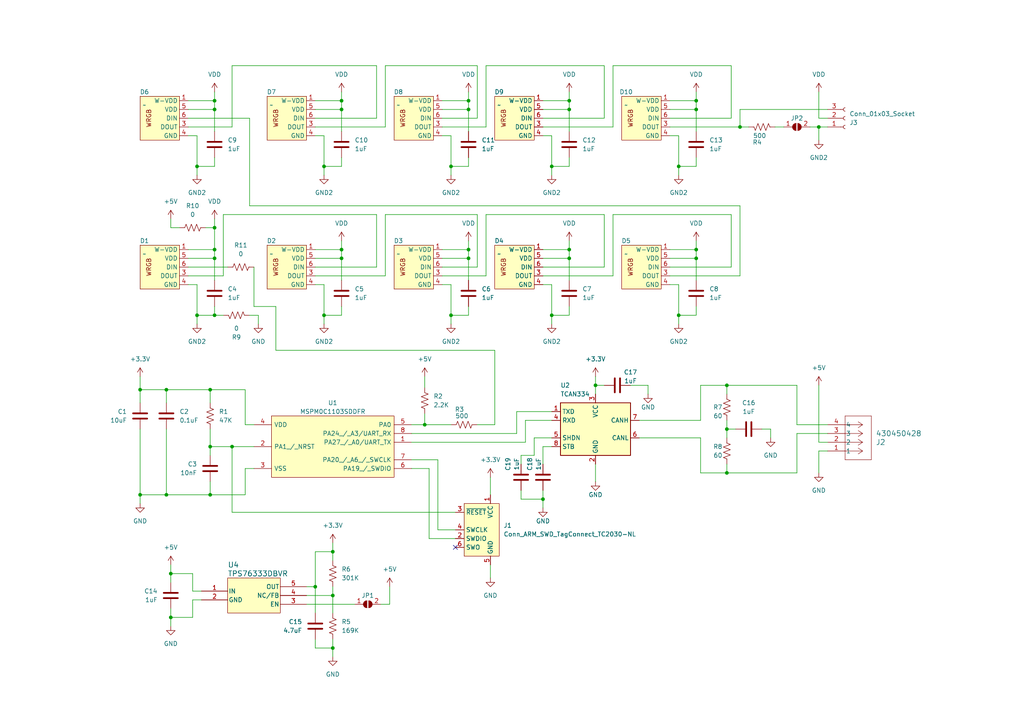
<source format=kicad_sch>
(kicad_sch (version 20230121) (generator eeschema)
  (paper "A4")
  (lib_symbols
    (symbol "430450428:430450428" (pin_names (offset 0.254))
      (property "Reference" "J" (at 8.89 6.35 0))
      (property "Value" "430450428" (at 0 0 0))
      (symbol "430450428_1_1"
        (polyline (pts (xy 5.08 -10.16) (xy 12.7 -10.16)) (stroke (width 0.127)))
        (polyline (pts (xy 5.08 2.54) (xy 5.08 -10.16)) (stroke (width 0.127)))
        (polyline (pts (xy 10.16 -7.62) (xy 5.08 -7.62)) (stroke (width 0.127)))
        (polyline (pts (xy 10.16 -7.62) (xy 8.89 -8.4667)) (stroke (width 0.127)))
        (polyline (pts (xy 10.16 -7.62) (xy 8.89 -6.7733)) (stroke (width 0.127)))
        (polyline (pts (xy 10.16 -5.08) (xy 5.08 -5.08)) (stroke (width 0.127)))
        (polyline (pts (xy 10.16 -5.08) (xy 8.89 -5.9267)) (stroke (width 0.127)))
        (polyline (pts (xy 10.16 -5.08) (xy 8.89 -4.2333)) (stroke (width 0.127)))
        (polyline (pts (xy 10.16 -2.54) (xy 5.08 -2.54)) (stroke (width 0.127)))
        (polyline (pts (xy 10.16 -2.54) (xy 8.89 -3.3867)) (stroke (width 0.127)))
        (polyline (pts (xy 10.16 -2.54) (xy 8.89 -1.6933)) (stroke (width 0.127)))
        (polyline (pts (xy 10.16 0) (xy 5.08 0)) (stroke (width 0.127)))
        (polyline (pts (xy 10.16 0) (xy 8.89 -0.8467)) (stroke (width 0.127)))
        (polyline (pts (xy 10.16 0) (xy 8.89 0.8467)) (stroke (width 0.127)))
        (polyline (pts (xy 12.7 -10.16) (xy 12.7 2.54)) (stroke (width 0.127)))
        (polyline (pts (xy 12.7 2.54) (xy 5.08 2.54)) (stroke (width 0.127)))
        (pin unspecified line (at 0 0 0) (length 5.08) (name "1") (number "1"))
        (pin unspecified line (at 0 -2.54 0) (length 5.08) (name "2") (number "2"))
        (pin unspecified line (at 0 -5.08 0) (length 5.08) (name "3") (number "3"))
        (pin unspecified line (at 0 -7.62 0) (length 5.08) (name "4") (number "4"))
      )
      (symbol "430450428_1_2"
        (polyline (pts (xy 5.08 -10.16) (xy 12.7 -10.16)) (stroke (width 0.127)))
        (polyline (pts (xy 5.08 2.54) (xy 5.08 -10.16)) (stroke (width 0.127)))
        (polyline (pts (xy 7.62 -7.62) (xy 5.08 -7.62)) (stroke (width 0.127)))
        (polyline (pts (xy 7.62 -7.62) (xy 8.89 -8.4667)) (stroke (width 0.127)))
        (polyline (pts (xy 7.62 -7.62) (xy 8.89 -6.7733)) (stroke (width 0.127)))
        (polyline (pts (xy 7.62 -5.08) (xy 5.08 -5.08)) (stroke (width 0.127)))
        (polyline (pts (xy 7.62 -5.08) (xy 8.89 -5.9267)) (stroke (width 0.127)))
        (polyline (pts (xy 7.62 -5.08) (xy 8.89 -4.2333)) (stroke (width 0.127)))
        (polyline (pts (xy 7.62 -2.54) (xy 5.08 -2.54)) (stroke (width 0.127)))
        (polyline (pts (xy 7.62 -2.54) (xy 8.89 -3.3867)) (stroke (width 0.127)))
        (polyline (pts (xy 7.62 -2.54) (xy 8.89 -1.6933)) (stroke (width 0.127)))
        (polyline (pts (xy 7.62 0) (xy 5.08 0)) (stroke (width 0.127)))
        (polyline (pts (xy 7.62 0) (xy 8.89 -0.8467)) (stroke (width 0.127)))
        (polyline (pts (xy 7.62 0) (xy 8.89 0.8467)) (stroke (width 0.127)))
        (polyline (pts (xy 12.7 -10.16) (xy 12.7 2.54)) (stroke (width 0.127)))
        (polyline (pts (xy 12.7 2.54) (xy 5.08 2.54)) (stroke (width 0.127)))
        (pin unspecified line (at 0 0 0) (length 5.08) (name "1") (number "1"))
        (pin unspecified line (at 0 -2.54 0) (length 5.08) (name "2") (number "2"))
        (pin unspecified line (at 0 -5.08 0) (length 5.08) (name "3") (number "3"))
        (pin unspecified line (at 0 -7.62 0) (length 5.08) (name "4") (number "4"))
      )
    )
    (symbol "Connector:Conn_01x03_Socket" (pin_names (offset 1.016) hide)
      (property "Reference" "J" (at 0 5.08 0))
      (property "Value" "Conn_01x03_Socket" (at 0 -5.08 0))
      (symbol "Conn_01x03_Socket_1_1"
        (arc (start 0 -2.032) (mid -0.5058 -2.54) (end 0 -3.048) (stroke (width 0.1524)))
        (polyline (pts (xy -1.27 -2.54) (xy -0.508 -2.54)) (stroke (width 0.1524)))
        (polyline (pts (xy -1.27 0) (xy -0.508 0)) (stroke (width 0.1524)))
        (polyline (pts (xy -1.27 2.54) (xy -0.508 2.54)) (stroke (width 0.1524)))
        (arc (start 0 0.508) (mid -0.5058 0) (end 0 -0.508) (stroke (width 0.1524)))
        (arc (start 0 3.048) (mid -0.5058 2.54) (end 0 2.032) (stroke (width 0.1524)))
        (pin passive line (at -5.08 2.54 0) (length 3.81) (name "Pin_1") (number "1"))
        (pin passive line (at -5.08 0 0) (length 3.81) (name "Pin_2") (number "2"))
        (pin passive line (at -5.08 -2.54 0) (length 3.81) (name "Pin_3") (number "3"))
      )
    )
    (symbol "Connector:Conn_ARM_SWD_TagConnect_TC2030-NL" (in_bom no)
      (property "Reference" "J" (at 2.54 11.43 0))
      (property "Value" "Conn_ARM_SWD_TagConnect_TC2030-NL" (at 2.54 8.89 0))
      (symbol "Conn_ARM_SWD_TagConnect_TC2030-NL_0_0"
        (pin power_in line (at -2.54 10.16 270) (length 2.54) (name "VCC") (number "1"))
        (pin bidirectional line (at 7.62 -2.54 180) (length 2.54) (name "SWDIO") (number "2"))
        (pin open_collector line (at 7.62 5.08 180) (length 2.54) (name "~{RESET}") (number "3"))
        (pin output line (at 7.62 0 180) (length 2.54) (name "SWCLK") (number "4"))
        (pin power_in line (at -2.54 -10.16 90) (length 2.54) (name "GND") (number "5"))
        (pin input line (at 7.62 -5.08 180) (length 2.54) (name "SWO") (number "6"))
      )
      (symbol "Conn_ARM_SWD_TagConnect_TC2030-NL_0_1"
        (rectangle (start -5.08 7.62) (end 5.08 -7.62) (fill (type background)))
      )
    )
    (symbol "Device:C" (pin_numbers hide) (pin_names (offset 0.254))
      (property "Reference" "C" (at 0.635 2.54 0))
      (property "Value" "C" (at 0.635 -2.54 0))
      (symbol "C_0_1"
        (polyline (pts (xy -2.032 -0.762) (xy 2.032 -0.762)) (stroke (width 0.508)))
        (polyline (pts (xy -2.032 0.762) (xy 2.032 0.762)) (stroke (width 0.508)))
      )
      (symbol "C_1_1"
        (pin passive line (at 0 3.81 270) (length 2.794) (name "~") (number "1"))
        (pin passive line (at 0 -3.81 90) (length 2.794) (name "~") (number "2"))
      )
    )
    (symbol "Device:R_US" (pin_numbers hide) (pin_names (offset 0))
      (property "Reference" "R" (at 2.54 0 90))
      (property "Value" "R_US" (at -2.54 0 90))
      (symbol "R_US_0_1"
        (polyline (pts (xy 0 -2.286) (xy 0 -2.54)))
        (polyline (pts (xy 0 2.286) (xy 0 2.54)))
        (polyline (pts (xy 0 -0.762) (xy 1.016 -1.143) (xy 0 -1.524) (xy -1.016 -1.905) (xy 0 -2.286)))
        (polyline (pts (xy 0 0.762) (xy 1.016 0.381) (xy 0 0) (xy -1.016 -0.381) (xy 0 -0.762)))
        (polyline (pts (xy 0 2.286) (xy 1.016 1.905) (xy 0 1.524) (xy -1.016 1.143) (xy 0 0.762)))
      )
      (symbol "R_US_1_1"
        (pin passive line (at 0 3.81 270) (length 1.27) (name "~") (number "1"))
        (pin passive line (at 0 -3.81 90) (length 1.27) (name "~") (number "2"))
      )
    )
    (symbol "Interface_CAN_LIN:TCAN334"
      (property "Reference" "U" (at -10.16 8.89 0))
      (property "Value" "TCAN334" (at 2.54 8.89 0))
      (symbol "TCAN334_0_1"
        (rectangle (start -10.16 7.62) (end 10.16 -7.62) (stroke (width 0.254)) (fill (type background)))
      )
      (symbol "TCAN334_1_1"
        (pin input line (at -12.7 5.08 0) (length 2.54) (name "TXD") (number "1"))
        (pin power_in line (at 0 -10.16 90) (length 2.54) (name "GND") (number "2"))
        (pin power_in line (at 0 10.16 270) (length 2.54) (name "VCC") (number "3"))
        (pin tri_state line (at -12.7 2.54 0) (length 2.54) (name "RXD") (number "4"))
        (pin input line (at -12.7 -2.54 0) (length 2.54) (name "SHDN") (number "5"))
        (pin bidirectional line (at 12.7 -2.54 180) (length 2.54) (name "CANL") (number "6"))
        (pin bidirectional line (at 12.7 2.54 180) (length 2.54) (name "CANH") (number "7"))
        (pin input line (at -12.7 -5.08 0) (length 2.54) (name "STB") (number "8"))
      )
    )
    (symbol "Jumper:SolderJumper_2_Open" (pin_names (offset 0) hide)
      (property "Reference" "JP" (at 0 2.032 0))
      (property "Value" "SolderJumper_2_Open" (at 0 -2.54 0))
      (symbol "SolderJumper_2_Open_0_1"
        (arc (start -0.254 1.016) (mid -1.2656 0) (end -0.254 -1.016))
        (arc (start -0.254 1.016) (mid -1.2656 0) (end -0.254 -1.016) (fill (type outline)))
        (polyline (pts (xy -0.254 1.016) (xy -0.254 -1.016)))
        (polyline (pts (xy 0.254 1.016) (xy 0.254 -1.016)))
        (arc (start 0.254 -1.016) (mid 1.2656 0) (end 0.254 1.016))
        (arc (start 0.254 -1.016) (mid 1.2656 0) (end 0.254 1.016) (fill (type outline)))
      )
      (symbol "SolderJumper_2_Open_1_1"
        (pin passive line (at -3.81 0 0) (length 2.54) (name "A") (number "1"))
        (pin passive line (at 3.81 0 180) (length 2.54) (name "B") (number "2"))
      )
    )
    (symbol "LED:IN-PI4818QAS5R5G5BPW"
      (property "Reference" "D" (at 1.27 13.97 0))
      (symbol "IN-PI4818QAS5R5G5BPW_1_1"
        (rectangle (start 0 12.7) (end 11.43 0) (fill (type background)))
        (text "WRGB" (at 2.54 6.35 900) (effects (font (size 1.27 1.27))))
        (pin power_in line (at 13.97 11.43 180) (length 2.54) (name "W-VDD") (number "1"))
        (pin passive line (at -2.54 11.43 0) (length 2.54) hide (name "NC") (number "2"))
        (pin output line (at 13.97 3.81 180) (length 2.54) (name "DOUT") (number "3"))
        (pin power_in line (at 13.97 1.27 180) (length 2.54) (name "GND") (number "4"))
        (pin power_in line (at 13.97 8.89 180) (length 2.54) (name "VDD") (number "5"))
        (pin input line (at 13.97 6.35 180) (length 2.54) (name "DIN") (number "6"))
      )
    )
    (symbol "MSPM0C1103SDDFR:MSPM0C1103SDDFR" (pin_names (offset 0.762))
      (property "Reference" "IC1" (at 22.86 6.35 0))
      (property "Value" "MSPM0C1103SDDFR" (at 22.86 3.81 0))
      (symbol "MSPM0C1103SDDFR_0_0"
        (pin passive line (at 0 -6.35 0) (length 5.08) (name "PA1_/_NRST") (number "2"))
        (pin passive line (at 0 -12.7 0) (length 5.08) (name "VSS") (number "3"))
        (pin passive line (at 0 0 0) (length 5.08) (name "VDD") (number "4"))
        (pin passive line (at 45.72 0 180) (length 5.08) (name "PA0") (number "5"))
        (pin passive line (at 45.72 -12.7 180) (length 5.08) (name "PA19_/_SWDIO") (number "6"))
        (pin passive line (at 45.72 -10.16 180) (length 5.08) (name "PA20_/_A6_/_SWCLK") (number "7"))
      )
      (symbol "MSPM0C1103SDDFR_1_0"
        (pin passive line (at 45.72 -5.08 180) (length 5.08) (name "PA27_/_A0/UART_TX") (number "1"))
        (pin passive line (at 45.72 -2.54 180) (length 5.08) (name "PA24_/_A3/UART_RX") (number "8"))
      )
      (symbol "MSPM0C1103SDDFR_1_1"
        (polyline (pts (xy 5.08 2.54) (xy 40.64 2.54) (xy 40.64 -15.24) (xy 5.08 -15.24) (xy 5.08 2.54)) (stroke (width 0.1524)) (fill (type background)))
      )
    )
    (symbol "TPS76333DBVR:TPS76333DBVR" (pin_names (offset 0.254))
      (property "Reference" "U2" (at 8.89 13.97 0))
      (property "Value" "TPS76333DBVR" (at 8.89 11.43 0))
      (symbol "TPS76333DBVR_0_1"
        (pin input line (at -7.62 6.35 0) (length 7.62) (name "IN") (number "1"))
        (pin power_in line (at -7.62 3.81 0) (length 7.62) (name "GND") (number "2"))
        (pin unspecified line (at 22.86 2.54 180) (length 7.62) (name "EN") (number "3"))
        (pin unspecified line (at 22.86 5.08 180) (length 7.62) (name "NC/FB") (number "4"))
        (pin output line (at 22.86 7.62 180) (length 7.62) (name "OUT") (number "5"))
      )
      (symbol "TPS76333DBVR_1_1"
        (rectangle (start 0 10.16) (end 15.24 0) (fill (type background)))
      )
    )
    (symbol "power:+3.3V" (power) (pin_names (offset 0))
      (property "Value" "+3.3V" (at 0 3.556 0))
      (symbol "+3.3V_0_1"
        (polyline (pts (xy -0.762 1.27) (xy 0 2.54)))
        (polyline (pts (xy 0 0) (xy 0 2.54)))
        (polyline (pts (xy 0 2.54) (xy 0.762 1.27)))
      )
      (symbol "+3.3V_1_1"
        (pin power_in line (at 0 0 90) (length 0) hide (name "+3.3V") (number "1"))
      )
    )
    (symbol "power:+5V" (power) (pin_names (offset 0))
      (property "Value" "+5V" (at 0 3.556 0))
      (symbol "+5V_0_1"
        (polyline (pts (xy -0.762 1.27) (xy 0 2.54)))
        (polyline (pts (xy 0 0) (xy 0 2.54)))
        (polyline (pts (xy 0 2.54) (xy 0.762 1.27)))
      )
      (symbol "+5V_1_1"
        (pin power_in line (at 0 0 90) (length 0) hide (name "+5V") (number "1"))
      )
    )
    (symbol "power:GND" (power) (pin_names (offset 0))
      (property "Value" "GND" (at 0 -3.81 0))
      (symbol "GND_0_1"
        (polyline (pts (xy 0 0) (xy 0 -1.27) (xy 1.27 -1.27) (xy 0 -2.54) (xy -1.27 -1.27) (xy 0 -1.27)))
      )
      (symbol "GND_1_1"
        (pin power_in line (at 0 0 270) (length 0) hide (name "GND") (number "1"))
      )
    )
    (symbol "power:GND2" (power) (pin_names (offset 0))
      (property "Value" "GND2" (at 0 -3.81 0))
      (symbol "GND2_0_1"
        (polyline (pts (xy 0 0) (xy 0 -1.27) (xy 1.27 -1.27) (xy 0 -2.54) (xy -1.27 -1.27) (xy 0 -1.27)))
      )
      (symbol "GND2_1_1"
        (pin power_in line (at 0 0 270) (length 0) hide (name "GND2") (number "1"))
      )
    )
    (symbol "power:VDD" (power) (pin_names (offset 0))
      (property "Value" "VDD" (at 0 3.81 0))
      (symbol "VDD_0_1"
        (polyline (pts (xy -0.762 1.27) (xy 0 2.54)))
        (polyline (pts (xy 0 0) (xy 0 2.54)))
        (polyline (pts (xy 0 2.54) (xy 0.762 1.27)))
      )
      (symbol "VDD_1_1"
        (pin power_in line (at 0 0 90) (length 0) hide (name "VDD") (number "1"))
      )
    )
  )
  (junction (at 201.93 74.93))
  (junction (at 172.72 111.76))
  (junction (at 60.96 143.51))
  (junction (at 49.53 179.07))
  (junction (at 210.82 137.16))
  (junction (at 160.02 91.44))
  (junction (at 210.82 111.76))
  (junction (at 130.81 91.44))
  (junction (at 62.23 31.75))
  (junction (at 165.1 74.93))
  (junction (at 49.53 166.37))
  (junction (at 165.1 31.75))
  (junction (at 62.23 74.93))
  (junction (at 201.93 72.39))
  (junction (at 214.63 36.83))
  (junction (at 91.44 170.18))
  (junction (at 60.96 113.03))
  (junction (at 62.23 29.21))
  (junction (at 60.96 129.54))
  (junction (at 210.82 124.46))
  (junction (at 62.23 66.04))
  (junction (at 48.26 113.03))
  (junction (at 40.64 143.51))
  (junction (at 48.26 143.51))
  (junction (at 40.64 113.03))
  (junction (at 165.1 72.39))
  (junction (at 201.93 31.75))
  (junction (at 93.98 48.26))
  (junction (at 201.93 29.21))
  (junction (at 157.48 144.78))
  (junction (at 96.52 187.96))
  (junction (at 99.06 29.21))
  (junction (at 165.1 29.21))
  (junction (at 160.02 48.26))
  (junction (at 99.06 72.39))
  (junction (at 67.31 129.54))
  (junction (at 99.06 31.75))
  (junction (at 123.19 123.19))
  (junction (at 196.85 91.44))
  (junction (at 62.23 91.44))
  (junction (at 57.15 91.44))
  (junction (at 135.89 29.21))
  (junction (at 135.89 72.39))
  (junction (at 57.15 48.26))
  (junction (at 99.06 74.93))
  (junction (at 96.52 160.02))
  (junction (at 93.98 91.44))
  (junction (at 130.81 48.26))
  (junction (at 237.49 36.83))
  (junction (at 135.89 74.93))
  (junction (at 62.23 72.39))
  (junction (at 135.89 31.75))
  (junction (at 196.85 48.26))
  (junction (at 96.52 172.72))
  (no_connect (at 132.08 158.75))
  (wire (pts (xy 71.12 135.89) (xy 71.12 143.51)))
  (wire (pts (xy 111.76 19.05) (xy 138.43 19.05)))
  (wire (pts (xy 165.1 72.39) (xy 165.1 69.85)))
  (wire (pts (xy 88.9 175.26) (xy 102.87 175.26)))
  (wire (pts (xy 128.27 72.39) (xy 135.89 72.39)))
  (wire (pts (xy 130.81 50.8) (xy 130.81 48.26)))
  (wire (pts (xy 58.42 171.45) (xy 55.88 171.45)))
  (wire (pts (xy 128.27 29.21) (xy 135.89 29.21)))
  (wire (pts (xy 160.02 93.98) (xy 160.02 91.44)))
  (wire (pts (xy 59.69 66.04) (xy 62.23 66.04)))
  (wire (pts (xy 152.4 121.92) (xy 152.4 128.27)))
  (wire (pts (xy 165.1 29.21) (xy 165.1 26.67)))
  (wire (pts (xy 151.13 142.24) (xy 151.13 144.78)))
  (wire (pts (xy 160.02 50.8) (xy 160.02 48.26)))
  (wire (pts (xy 64.77 62.23) (xy 64.77 80.01)))
  (wire (pts (xy 99.06 74.93) (xy 99.06 72.39)))
  (wire (pts (xy 60.96 129.54) (xy 60.96 132.08)))
  (wire (pts (xy 52.07 66.04) (xy 49.53 66.04)))
  (wire (pts (xy 165.1 74.93) (xy 165.1 81.28)))
  (wire (pts (xy 128.27 74.93) (xy 135.89 74.93)))
  (wire (pts (xy 62.23 48.26) (xy 57.15 48.26)))
  (wire (pts (xy 73.66 88.9) (xy 80.01 88.9)))
  (wire (pts (xy 194.31 72.39) (xy 201.93 72.39)))
  (wire (pts (xy 91.44 31.75) (xy 99.06 31.75)))
  (wire (pts (xy 237.49 40.64) (xy 237.49 36.83)))
  (wire (pts (xy 128.27 77.47) (xy 138.43 77.47)))
  (wire (pts (xy 231.14 123.19) (xy 240.03 123.19)))
  (wire (pts (xy 123.19 123.19) (xy 123.19 120.015)))
  (wire (pts (xy 135.89 72.39) (xy 135.89 69.85)))
  (wire (pts (xy 165.1 31.75) (xy 165.1 38.1)))
  (wire (pts (xy 62.23 72.39) (xy 62.23 66.04)))
  (wire (pts (xy 201.93 31.75) (xy 201.93 29.21)))
  (wire (pts (xy 177.8 19.05) (xy 212.09 19.05)))
  (wire (pts (xy 111.76 36.83) (xy 111.76 19.05)))
  (wire (pts (xy 62.23 74.93) (xy 62.23 72.39)))
  (wire (pts (xy 54.61 82.55) (xy 57.15 82.55)))
  (wire (pts (xy 54.61 77.47) (xy 66.04 77.47)))
  (wire (pts (xy 231.14 137.16) (xy 231.14 125.73)))
  (wire (pts (xy 194.31 80.01) (xy 214.63 80.01)))
  (wire (pts (xy 49.53 166.37) (xy 49.53 168.91)))
  (wire (pts (xy 175.26 34.29) (xy 175.26 19.05)))
  (wire (pts (xy 40.64 116.84) (xy 40.64 113.03)))
  (wire (pts (xy 135.89 45.72) (xy 135.89 48.26)))
  (wire (pts (xy 119.38 123.19) (xy 123.19 123.19)))
  (wire (pts (xy 177.8 36.83) (xy 177.8 19.05)))
  (wire (pts (xy 157.48 142.24) (xy 157.48 144.78)))
  (wire (pts (xy 96.52 172.72) (xy 96.52 177.8)))
  (wire (pts (xy 49.53 179.07) (xy 49.53 181.61)))
  (wire (pts (xy 154.94 127) (xy 154.94 132.08)))
  (wire (pts (xy 60.96 129.54) (xy 67.31 129.54)))
  (wire (pts (xy 48.26 116.84) (xy 48.26 113.03)))
  (wire (pts (xy 203.2 137.16) (xy 210.82 137.16)))
  (wire (pts (xy 57.15 82.55) (xy 57.15 91.44)))
  (wire (pts (xy 99.06 31.75) (xy 99.06 38.1)))
  (wire (pts (xy 96.52 185.42) (xy 96.52 187.96)))
  (wire (pts (xy 149.86 119.38) (xy 160.02 119.38)))
  (wire (pts (xy 214.63 59.69) (xy 72.39 59.69)))
  (wire (pts (xy 157.48 129.54) (xy 157.48 134.62)))
  (wire (pts (xy 54.61 72.39) (xy 62.23 72.39)))
  (wire (pts (xy 201.93 31.75) (xy 201.93 38.1)))
  (wire (pts (xy 196.85 50.8) (xy 196.85 48.26)))
  (wire (pts (xy 165.1 31.75) (xy 165.1 29.21)))
  (wire (pts (xy 160.02 129.54) (xy 157.48 129.54)))
  (wire (pts (xy 62.23 74.93) (xy 62.23 81.28)))
  (wire (pts (xy 165.1 48.26) (xy 160.02 48.26)))
  (wire (pts (xy 157.48 72.39) (xy 165.1 72.39)))
  (wire (pts (xy 130.81 93.98) (xy 130.81 91.44)))
  (wire (pts (xy 54.61 39.37) (xy 57.15 39.37)))
  (wire (pts (xy 91.44 34.29) (xy 109.22 34.29)))
  (wire (pts (xy 91.44 72.39) (xy 99.06 72.39)))
  (wire (pts (xy 237.49 130.81) (xy 240.03 130.81)))
  (wire (pts (xy 99.06 72.39) (xy 99.06 69.85)))
  (wire (pts (xy 111.76 62.23) (xy 138.43 62.23)))
  (wire (pts (xy 88.9 170.18) (xy 91.44 170.18)))
  (wire (pts (xy 113.03 175.26) (xy 110.49 175.26)))
  (wire (pts (xy 172.72 109.22) (xy 172.72 111.76)))
  (wire (pts (xy 80.01 88.9) (xy 80.01 101.6)))
  (wire (pts (xy 212.09 77.47) (xy 212.09 62.23)))
  (wire (pts (xy 154.94 132.08) (xy 151.13 132.08)))
  (wire (pts (xy 130.81 39.37) (xy 130.81 48.26)))
  (wire (pts (xy 127 153.67) (xy 132.08 153.67)))
  (wire (pts (xy 135.89 74.93) (xy 135.89 72.39)))
  (wire (pts (xy 240.03 36.83) (xy 237.49 36.83)))
  (wire (pts (xy 194.31 34.29) (xy 212.09 34.29)))
  (wire (pts (xy 201.93 72.39) (xy 201.93 69.85)))
  (wire (pts (xy 62.23 91.44) (xy 64.77 91.44)))
  (wire (pts (xy 175.26 77.47) (xy 175.26 62.23)))
  (wire (pts (xy 57.15 39.37) (xy 57.15 48.26)))
  (wire (pts (xy 210.82 137.16) (xy 210.82 134.62)))
  (wire (pts (xy 151.13 132.08) (xy 151.13 134.62)))
  (wire (pts (xy 210.82 111.76) (xy 231.14 111.76)))
  (wire (pts (xy 123.19 123.19) (xy 130.81 123.19)))
  (wire (pts (xy 91.44 80.01) (xy 111.76 80.01)))
  (wire (pts (xy 54.61 31.75) (xy 62.23 31.75)))
  (wire (pts (xy 128.27 82.55) (xy 130.81 82.55)))
  (wire (pts (xy 109.22 77.47) (xy 109.22 62.23)))
  (wire (pts (xy 58.42 173.99) (xy 55.88 173.99)))
  (wire (pts (xy 194.31 39.37) (xy 196.85 39.37)))
  (wire (pts (xy 210.82 137.16) (xy 231.14 137.16)))
  (wire (pts (xy 201.93 91.44) (xy 196.85 91.44)))
  (wire (pts (xy 91.44 77.47) (xy 109.22 77.47)))
  (wire (pts (xy 138.43 62.23) (xy 138.43 77.47)))
  (wire (pts (xy 109.22 19.05) (xy 67.31 19.05)))
  (wire (pts (xy 119.38 125.73) (xy 149.86 125.73)))
  (wire (pts (xy 196.85 82.55) (xy 196.85 91.44)))
  (wire (pts (xy 60.96 124.46) (xy 60.96 129.54)))
  (wire (pts (xy 132.08 148.59) (xy 67.31 148.59)))
  (wire (pts (xy 172.72 134.62) (xy 172.72 139.7)))
  (wire (pts (xy 40.64 113.03) (xy 48.26 113.03)))
  (wire (pts (xy 203.2 111.76) (xy 203.2 121.92)))
  (wire (pts (xy 109.22 62.23) (xy 64.77 62.23)))
  (wire (pts (xy 135.89 31.75) (xy 135.89 38.1)))
  (wire (pts (xy 214.63 80.01) (xy 214.63 59.69)))
  (wire (pts (xy 201.93 74.93) (xy 201.93 72.39)))
  (wire (pts (xy 71.12 113.03) (xy 71.12 123.19)))
  (wire (pts (xy 60.96 143.51) (xy 71.12 143.51)))
  (wire (pts (xy 130.81 82.55) (xy 130.81 91.44)))
  (wire (pts (xy 157.48 82.55) (xy 160.02 82.55)))
  (wire (pts (xy 203.2 127) (xy 203.2 137.16)))
  (wire (pts (xy 231.14 111.76) (xy 231.14 123.19)))
  (wire (pts (xy 128.27 39.37) (xy 130.81 39.37)))
  (wire (pts (xy 91.44 187.96) (xy 96.52 187.96)))
  (wire (pts (xy 203.2 111.76) (xy 210.82 111.76)))
  (wire (pts (xy 93.98 93.98) (xy 93.98 91.44)))
  (wire (pts (xy 157.48 39.37) (xy 160.02 39.37)))
  (wire (pts (xy 72.39 59.69) (xy 72.39 34.29)))
  (wire (pts (xy 210.82 124.46) (xy 210.82 127)))
  (wire (pts (xy 49.53 166.37) (xy 55.88 166.37)))
  (wire (pts (xy 73.66 77.47) (xy 73.66 88.9)))
  (wire (pts (xy 74.93 93.98) (xy 74.93 91.44)))
  (wire (pts (xy 214.63 31.75) (xy 214.63 36.83)))
  (wire (pts (xy 71.12 123.19) (xy 73.66 123.19)))
  (wire (pts (xy 113.03 170.18) (xy 113.03 175.26)))
  (wire (pts (xy 157.48 74.93) (xy 165.1 74.93)))
  (wire (pts (xy 96.52 170.18) (xy 96.52 172.72)))
  (wire (pts (xy 60.96 113.03) (xy 71.12 113.03)))
  (wire (pts (xy 237.49 128.27) (xy 240.03 128.27)))
  (wire (pts (xy 60.96 113.03) (xy 60.96 116.84)))
  (wire (pts (xy 165.1 45.72) (xy 165.1 48.26)))
  (wire (pts (xy 99.06 48.26) (xy 93.98 48.26)))
  (wire (pts (xy 223.52 124.46) (xy 223.52 127)))
  (wire (pts (xy 67.31 129.54) (xy 73.66 129.54)))
  (wire (pts (xy 138.43 19.05) (xy 138.43 34.29)))
  (wire (pts (xy 128.27 34.29) (xy 138.43 34.29)))
  (wire (pts (xy 93.98 82.55) (xy 93.98 91.44)))
  (wire (pts (xy 240.03 31.75) (xy 214.63 31.75)))
  (wire (pts (xy 227.33 36.83) (xy 224.79 36.83)))
  (wire (pts (xy 157.48 80.01) (xy 177.8 80.01)))
  (wire (pts (xy 237.49 128.27) (xy 237.49 111.76)))
  (wire (pts (xy 237.49 34.29) (xy 237.49 26.67)))
  (wire (pts (xy 220.98 124.46) (xy 223.52 124.46)))
  (wire (pts (xy 91.44 74.93) (xy 99.06 74.93)))
  (wire (pts (xy 201.93 48.26) (xy 196.85 48.26)))
  (wire (pts (xy 99.06 45.72) (xy 99.06 48.26)))
  (wire (pts (xy 74.93 91.44) (xy 72.39 91.44)))
  (wire (pts (xy 49.53 66.04) (xy 49.53 63.5)))
  (wire (pts (xy 194.31 31.75) (xy 201.93 31.75)))
  (wire (pts (xy 201.93 45.72) (xy 201.93 48.26)))
  (wire (pts (xy 93.98 50.8) (xy 93.98 48.26)))
  (wire (pts (xy 62.23 88.9) (xy 62.23 91.44)))
  (wire (pts (xy 194.31 36.83) (xy 214.63 36.83)))
  (wire (pts (xy 80.01 101.6) (xy 143.51 101.6)))
  (wire (pts (xy 62.23 66.04) (xy 62.23 63.5)))
  (wire (pts (xy 240.03 34.29) (xy 237.49 34.29)))
  (wire (pts (xy 135.89 31.75) (xy 135.89 29.21)))
  (wire (pts (xy 91.44 29.21) (xy 99.06 29.21)))
  (wire (pts (xy 124.46 135.89) (xy 119.38 135.89)))
  (wire (pts (xy 40.64 109.22) (xy 40.64 113.03)))
  (wire (pts (xy 88.9 172.72) (xy 96.52 172.72)))
  (wire (pts (xy 175.26 62.23) (xy 140.97 62.23)))
  (wire (pts (xy 135.89 74.93) (xy 135.89 81.28)))
  (wire (pts (xy 62.23 31.75) (xy 62.23 38.1)))
  (wire (pts (xy 99.06 74.93) (xy 99.06 81.28)))
  (wire (pts (xy 71.12 135.89) (xy 73.66 135.89)))
  (wire (pts (xy 172.72 111.76) (xy 172.72 114.3)))
  (wire (pts (xy 49.53 166.37) (xy 49.53 163.83)))
  (wire (pts (xy 124.46 156.21) (xy 132.08 156.21)))
  (wire (pts (xy 210.82 121.92) (xy 210.82 124.46)))
  (wire (pts (xy 91.44 185.42) (xy 91.44 187.96)))
  (wire (pts (xy 99.06 91.44) (xy 93.98 91.44)))
  (wire (pts (xy 185.42 121.92) (xy 203.2 121.92)))
  (wire (pts (xy 54.61 74.93) (xy 62.23 74.93)))
  (wire (pts (xy 99.06 31.75) (xy 99.06 29.21)))
  (wire (pts (xy 151.13 144.78) (xy 157.48 144.78)))
  (wire (pts (xy 96.52 190.5) (xy 96.52 187.96)))
  (wire (pts (xy 201.93 88.9) (xy 201.93 91.44)))
  (wire (pts (xy 91.44 36.83) (xy 111.76 36.83)))
  (wire (pts (xy 119.38 128.27) (xy 152.4 128.27)))
  (wire (pts (xy 127 153.67) (xy 127 133.35)))
  (wire (pts (xy 96.52 160.02) (xy 96.52 162.56)))
  (wire (pts (xy 149.86 119.38) (xy 149.86 125.73)))
  (wire (pts (xy 99.06 29.21) (xy 99.06 26.67)))
  (wire (pts (xy 194.31 29.21) (xy 201.93 29.21)))
  (wire (pts (xy 91.44 170.18) (xy 91.44 160.02)))
  (wire (pts (xy 196.85 93.98) (xy 196.85 91.44)))
  (wire (pts (xy 177.8 80.01) (xy 177.8 62.23)))
  (wire (pts (xy 96.52 157.48) (xy 96.52 160.02)))
  (wire (pts (xy 67.31 19.05) (xy 67.31 36.83)))
  (wire (pts (xy 140.97 62.23) (xy 140.97 80.01)))
  (wire (pts (xy 140.97 19.05) (xy 140.97 36.83)))
  (wire (pts (xy 165.1 88.9) (xy 165.1 91.44)))
  (wire (pts (xy 160.02 127) (xy 154.94 127)))
  (wire (pts (xy 128.27 31.75) (xy 135.89 31.75)))
  (wire (pts (xy 165.1 74.93) (xy 165.1 72.39)))
  (wire (pts (xy 55.88 166.37) (xy 55.88 171.45)))
  (wire (pts (xy 185.42 127) (xy 203.2 127)))
  (wire (pts (xy 49.53 179.07) (xy 55.88 179.07)))
  (wire (pts (xy 160.02 82.55) (xy 160.02 91.44)))
  (wire (pts (xy 67.31 148.59) (xy 67.31 129.54)))
  (wire (pts (xy 135.89 88.9) (xy 135.89 91.44)))
  (wire (pts (xy 201.93 29.21) (xy 201.93 26.67)))
  (wire (pts (xy 40.64 124.46) (xy 40.64 143.51)))
  (wire (pts (xy 109.22 34.29) (xy 109.22 19.05)))
  (wire (pts (xy 91.44 82.55) (xy 93.98 82.55)))
  (wire (pts (xy 62.23 45.72) (xy 62.23 48.26)))
  (wire (pts (xy 210.82 111.76) (xy 210.82 114.3)))
  (wire (pts (xy 67.31 36.83) (xy 54.61 36.83)))
  (wire (pts (xy 175.26 19.05) (xy 140.97 19.05)))
  (wire (pts (xy 57.15 50.8) (xy 57.15 48.26)))
  (wire (pts (xy 165.1 91.44) (xy 160.02 91.44)))
  (wire (pts (xy 62.23 31.75) (xy 62.23 29.21)))
  (wire (pts (xy 48.26 113.03) (xy 60.96 113.03)))
  (wire (pts (xy 135.89 29.21) (xy 135.89 26.67)))
  (wire (pts (xy 142.24 163.83) (xy 142.24 167.64)))
  (wire (pts (xy 127 133.35) (xy 119.38 133.35)))
  (wire (pts (xy 177.8 62.23) (xy 212.09 62.23)))
  (wire (pts (xy 48.26 143.51) (xy 60.96 143.51)))
  (wire (pts (xy 237.49 36.83) (xy 234.95 36.83)))
  (wire (pts (xy 111.76 80.01) (xy 111.76 62.23)))
  (wire (pts (xy 157.48 36.83) (xy 177.8 36.83)))
  (wire (pts (xy 93.98 39.37) (xy 93.98 48.26)))
  (wire (pts (xy 196.85 39.37) (xy 196.85 48.26)))
  (wire (pts (xy 124.46 156.21) (xy 124.46 135.89)))
  (wire (pts (xy 237.49 130.81) (xy 237.49 137.16)))
  (wire (pts (xy 135.89 48.26) (xy 130.81 48.26)))
  (wire (pts (xy 64.77 80.01) (xy 54.61 80.01)))
  (wire (pts (xy 157.48 34.29) (xy 175.26 34.29)))
  (wire (pts (xy 140.97 80.01) (xy 128.27 80.01)))
  (wire (pts (xy 60.96 139.7) (xy 60.96 143.51)))
  (wire (pts (xy 91.44 39.37) (xy 93.98 39.37)))
  (wire (pts (xy 48.26 124.46) (xy 48.26 143.51)))
  (wire (pts (xy 62.23 91.44) (xy 57.15 91.44)))
  (wire (pts (xy 142.24 138.43) (xy 142.24 143.51)))
  (wire (pts (xy 123.19 109.22) (xy 123.19 112.395)))
  (wire (pts (xy 214.63 36.83) (xy 217.17 36.83)))
  (wire (pts (xy 172.72 111.76) (xy 175.26 111.76)))
  (wire (pts (xy 157.48 31.75) (xy 165.1 31.75)))
  (wire (pts (xy 201.93 74.93) (xy 201.93 81.28)))
  (wire (pts (xy 212.09 34.29) (xy 212.09 19.05)))
  (wire (pts (xy 57.15 93.98) (xy 57.15 91.44)))
  (wire (pts (xy 99.06 88.9) (xy 99.06 91.44)))
  (wire (pts (xy 55.88 173.99) (xy 55.88 179.07)))
  (wire (pts (xy 40.64 143.51) (xy 48.26 143.51)))
  (wire (pts (xy 143.51 123.19) (xy 138.43 123.19)))
  (wire (pts (xy 194.31 77.47) (xy 212.09 77.47)))
  (wire (pts (xy 187.96 111.76) (xy 187.96 114.3)))
  (wire (pts (xy 135.89 91.44) (xy 130.81 91.44)))
  (wire (pts (xy 231.14 125.73) (xy 240.03 125.73)))
  (wire (pts (xy 62.23 29.21) (xy 62.23 26.67)))
  (wire (pts (xy 91.44 170.18) (xy 91.44 177.8)))
  (wire (pts (xy 54.61 29.21) (xy 62.23 29.21)))
  (wire (pts (xy 91.44 160.02) (xy 96.52 160.02)))
  (wire (pts (xy 49.53 176.53) (xy 49.53 179.07)))
  (wire (pts (xy 40.64 146.05) (xy 40.64 143.51)))
  (wire (pts (xy 157.48 77.47) (xy 175.26 77.47)))
  (wire (pts (xy 143.51 101.6) (xy 143.51 123.19)))
  (wire (pts (xy 194.31 74.93) (xy 201.93 74.93)))
  (wire (pts (xy 182.88 111.76) (xy 187.96 111.76)))
  (wire (pts (xy 210.82 124.46) (xy 213.36 124.46)))
  (wire (pts (xy 54.61 34.29) (xy 72.39 34.29)))
  (wire (pts (xy 157.48 29.21) (xy 165.1 29.21)))
  (wire (pts (xy 140.97 36.83) (xy 128.27 36.83)))
  (wire (pts (xy 194.31 82.55) (xy 196.85 82.55)))
  (wire (pts (xy 152.4 121.92) (xy 160.02 121.92)))
  (wire (pts (xy 157.48 144.78) (xy 157.48 147.32)))
  (wire (pts (xy 160.02 39.37) (xy 160.02 48.26)))
  (symbol (lib_id "Device:C") (at 91.44 181.61 0) (mirror y) (unit 1)
    (property "Reference" "C15" (at 87.63 180.34 0) (effects (justify left)))
    (property "Value" "4.7uF" (at 87.63 182.88 0) (effects (justify left)))
    (property "Footprint" "Capacitor_SMD:C_0603_1608Metric_Pad1.08x0.95mm_HandSolder" (effects hide))
  )
  (symbol (lib_id "power:VDD") (at 135.89 26.67 0) (unit 1)
    (property "Reference" "#PWR013" (effects hide))
    (property "Value" "VDD" (at 135.89 21.59 0))
  )
  (symbol (lib_id "Device:C") (at 99.06 85.09 0) (unit 1)
    (property "Reference" "C5" (at 102.87 83.82 0) (effects (justify left)))
    (property "Value" "1uF" (at 102.87 86.36 0) (effects (justify left)))
    (property "Footprint" "Capacitor_SMD:C_0603_1608Metric_Pad1.08x0.95mm_HandSolder" (effects hide))
  )
  (symbol (lib_id "power:VDD") (at 62.23 63.5 0) (unit 1)
    (property "Reference" "#PWR03" (effects hide))
    (property "Value" "VDD" (at 62.23 58.42 0))
  )
  (symbol (lib_id "LED:IN-PI4818QAS5R5G5BPW") (at 77.47 83.82 0) (unit 1)
    (property "Reference" "D2" (at 78.74 69.85 0))
    (property "Value" "~" (at 78.74 73.66 0))
    (property "Footprint" "IN-PI4818QAS5R5G5BPW:INPI4818QAS5R5G5BPW" (effects hide))
  )
  (symbol (lib_id "power:GND") (at 237.49 137.16 0) (unit 1)
    (property "Reference" "#PWR018" (effects hide))
    (property "Value" "GND" (at 237.49 142.24 0))
  )
  (symbol (lib_id "LED:IN-PI4818QAS5R5G5BPW") (at 114.3 83.82 0) (unit 1)
    (property "Reference" "D3" (at 115.57 69.85 0))
    (property "Value" "~" (at 115.57 73.66 0))
    (property "Footprint" "IN-PI4818QAS5R5G5BPW:INPI4818QAS5R5G5BPW" (effects hide))
  )
  (symbol (lib_id "MSPM0C1103SDDFR:MSPM0C1103SDDFR") (at 73.66 123.19 0) (unit 1)
    (property "Reference" "U1" (at 96.52 116.84 0))
    (property "Value" "MSPM0C1103SDDFR" (at 96.52 119.38 0))
    (property "Footprint" "SOT65P280X110-8N" (effects hide))
    (property "Datasheet" "https://www.ti.com/lit/ds/symlink/mspm0c1104.pdf?ts=1717669565064&ref_url=https%253A%252F%252Fwww.ti.com%252Fmicrocontrollers-mcus-processors%252Farm-based-microcontrollers%252Farm-cortex-m0-mcus%252Fproducts.html" (effects hide))
    (property "Description" "MSPM0C110x, MSPS003 Mixed-Signal Microcontrollers 8-pin SOT (DDF)" (effects hide))
    (property "Height" "1.1" (effects hide))
    (property "Manufacturer_Name" "Texas Instruments" (effects hide))
    (property "Manufacturer_Part_Number" "MSPM0C1103SDDFR" (effects hide))
  )
  (symbol (lib_id "Device:R_US") (at 96.52 181.61 0) (unit 1)
    (property "Reference" "R5" (at 99.06 180.34 0) (effects (justify left)))
    (property "Value" "169K" (at 99.06 182.88 0) (effects (justify left)))
    (property "Footprint" "Resistor_SMD:R_0603_1608Metric_Pad0.98x0.95mm_HandSolder" (effects hide))
  )
  (symbol (lib_id "power:GND2") (at 160.02 50.8 0) (unit 1)
    (property "Reference" "#PWR020" (effects hide))
    (property "Value" "GND2" (at 160.02 55.88 0))
  )
  (symbol (lib_id "Device:R_US") (at 123.19 116.205 0) (unit 1)
    (property "Reference" "R2" (at 125.73 114.935 0) (effects (justify left)))
    (property "Value" "2.2K" (at 125.73 117.475 0) (effects (justify left)))
    (property "Footprint" "Resistor_SMD:R_0603_1608Metric_Pad0.98x0.95mm_HandSolder" (effects hide))
  )
  (symbol (lib_id "430450428:430450428") (at 240.03 130.81 0) (mirror x) (unit 1)
    (property "Reference" "J2" (at 254 128.27 0) (effects (font (size 1.524 1.524)) (justify left)))
    (property "Value" "430450428" (at 254 125.73 0) (effects (font (size 1.524 1.524)) (justify left)))
    (property "Footprint" "430450428:CON_430450428_MOL" (effects hide))
    (property "Datasheet" "430450428" (effects hide))
  )
  (symbol (lib_id "power:VDD") (at 201.93 26.67 0) (unit 1)
    (property "Reference" "#PWR039" (effects hide))
    (property "Value" "VDD" (at 201.93 21.59 0))
  )
  (symbol (lib_id "LED:IN-PI4818QAS5R5G5BPW") (at 40.64 83.82 0) (unit 1)
    (property "Reference" "D1" (at 41.91 69.85 0))
    (property "Value" "~" (at 41.91 73.66 0))
    (property "Footprint" "IN-PI4818QAS5R5G5BPW:INPI4818QAS5R5G5BPW" (effects hide))
  )
  (symbol (lib_id "power:GND2") (at 93.98 93.98 0) (unit 1)
    (property "Reference" "#PWR040" (effects hide))
    (property "Value" "GND2" (at 93.98 99.06 0))
  )
  (symbol (lib_id "Device:C") (at 99.06 41.91 0) (unit 1)
    (property "Reference" "C10" (at 102.87 40.64 0) (effects (justify left)))
    (property "Value" "1uF" (at 102.87 43.18 0) (effects (justify left)))
    (property "Footprint" "Capacitor_SMD:C_0603_1608Metric_Pad1.08x0.95mm_HandSolder" (effects hide))
  )
  (symbol (lib_id "power:VDD") (at 99.06 26.67 0) (unit 1)
    (property "Reference" "#PWR09" (effects hide))
    (property "Value" "VDD" (at 99.06 21.59 0))
  )
  (symbol (lib_id "LED:IN-PI4818QAS5R5G5BPW") (at 143.51 83.82 0) (unit 1)
    (property "Reference" "D4" (at 144.78 69.85 0))
    (property "Value" "~" (at 144.78 73.66 0))
    (property "Footprint" "IN-PI4818QAS5R5G5BPW:INPI4818QAS5R5G5BPW" (effects hide))
  )
  (symbol (lib_id "power:GND") (at 172.72 139.7 0) (unit 1)
    (property "Reference" "#PWR015" (effects hide))
    (property "Value" "GND" (at 172.72 143.51 0))
  )
  (symbol (lib_id "LED:IN-PI4818QAS5R5G5BPW") (at 77.47 40.64 0) (unit 1)
    (property "Reference" "D7" (at 78.74 26.67 0))
    (property "Value" "~" (at 78.74 30.48 0))
    (property "Footprint" "IN-PI4818QAS5R5G5BPW:INPI4818QAS5R5G5BPW" (effects hide))
  )
  (symbol (lib_id "power:GND") (at 157.48 147.32 0) (unit 1)
    (property "Reference" "#PWR038" (effects hide))
    (property "Value" "GND" (at 157.48 151.13 0))
  )
  (symbol (lib_id "power:+3.3V") (at 142.24 138.43 0) (unit 1)
    (property "Reference" "#PWR010" (effects hide))
    (property "Value" "+3.3V" (at 142.24 133.35 0))
  )
  (symbol (lib_id "power:+3.3V") (at 172.72 109.22 0) (unit 1)
    (property "Reference" "#PWR014" (effects hide))
    (property "Value" "+3.3V" (at 172.72 104.14 0))
  )
  (symbol (lib_id "power:GND") (at 187.96 114.3 0) (unit 1)
    (property "Reference" "#PWR032" (effects hide))
    (property "Value" "GND" (at 187.96 118.11 0))
  )
  (symbol (lib_id "power:+5V") (at 49.53 163.83 0) (unit 1)
    (property "Reference" "#PWR033" (effects hide))
    (property "Value" "+5V" (at 49.53 158.75 0))
  )
  (symbol (lib_id "power:+5V") (at 123.19 109.22 0) (unit 1)
    (property "Reference" "#PWR07" (effects hide))
    (property "Value" "+5V" (at 123.19 104.14 0))
  )
  (symbol (lib_id "power:GND2") (at 130.81 93.98 0) (unit 1)
    (property "Reference" "#PWR05" (effects hide))
    (property "Value" "GND2" (at 130.81 99.06 0))
  )
  (symbol (lib_id "Device:C") (at 157.48 138.43 0) (unit 1)
    (property "Reference" "C18" (at 153.67 134.62 90))
    (property "Value" "1uF" (at 156.21 134.62 90))
    (property "Footprint" "Capacitor_SMD:C_0603_1608Metric_Pad1.08x0.95mm_HandSolder" (effects hide))
  )
  (symbol (lib_id "Device:C") (at 165.1 41.91 0) (unit 1)
    (property "Reference" "C12" (at 168.91 40.64 0) (effects (justify left)))
    (property "Value" "1uF" (at 168.91 43.18 0) (effects (justify left)))
    (property "Footprint" "Capacitor_SMD:C_0603_1608Metric_Pad1.08x0.95mm_HandSolder" (effects hide))
  )
  (symbol (lib_id "power:VDD") (at 99.06 69.85 0) (unit 1)
    (property "Reference" "#PWR029" (effects hide))
    (property "Value" "VDD" (at 99.06 64.77 0))
  )
  (symbol (lib_id "Device:R_US") (at 210.82 118.11 180) (unit 1)
    (property "Reference" "R7" (at 209.55 118.11 0) (effects (justify left)))
    (property "Value" "60" (at 209.55 120.65 0) (effects (justify left)))
    (property "Footprint" "Resistor_SMD:R_0603_1608Metric_Pad0.98x0.95mm_HandSolder" (effects hide))
  )
  (symbol (lib_id "power:GND") (at 96.52 190.5 0) (unit 1)
    (property "Reference" "#PWR036" (effects hide))
    (property "Value" "GND" (at 96.52 195.58 0))
  )
  (symbol (lib_id "power:VDD") (at 165.1 69.85 0) (unit 1)
    (property "Reference" "#PWR025" (effects hide))
    (property "Value" "VDD" (at 165.1 64.77 0))
  )
  (symbol (lib_id "Device:C") (at 135.89 85.09 0) (unit 1)
    (property "Reference" "C6" (at 139.7 83.82 0) (effects (justify left)))
    (property "Value" "1uF" (at 139.7 86.36 0) (effects (justify left)))
    (property "Footprint" "Capacitor_SMD:C_0603_1608Metric_Pad1.08x0.95mm_HandSolder" (effects hide))
  )
  (symbol (lib_id "LED:IN-PI4818QAS5R5G5BPW") (at 180.34 40.64 0) (unit 1)
    (property "Reference" "D10" (at 181.61 26.67 0))
    (property "Value" "~" (at 181.61 30.48 0))
    (property "Footprint" "IN-PI4818QAS5R5G5BPW:INPI4818QAS5R5G5BPW" (effects hide))
  )
  (symbol (lib_id "Device:R_US") (at 220.98 36.83 90) (mirror x) (unit 1)
    (property "Reference" "R4" (at 220.98 41.275 90) (effects (justify left)))
    (property "Value" "500" (at 222.25 39.37 90) (effects (justify left)))
    (property "Footprint" "Resistor_SMD:R_0603_1608Metric_Pad0.98x0.95mm_HandSolder" (effects hide))
  )
  (symbol (lib_id "power:GND") (at 74.93 93.98 0) (unit 1)
    (property "Reference" "#PWR041" (effects hide))
    (property "Value" "GND" (at 74.93 99.06 0))
  )
  (symbol (lib_id "Device:C") (at 48.26 120.65 0) (unit 1)
    (property "Reference" "C2" (at 52.07 119.38 0) (effects (justify left)))
    (property "Value" "0.1uF" (at 52.07 121.92 0) (effects (justify left)))
    (property "Footprint" "Capacitor_SMD:C_0603_1608Metric_Pad1.08x0.95mm_HandSolder" (effects hide))
  )
  (symbol (lib_id "power:GND") (at 40.64 146.05 0) (unit 1)
    (property "Reference" "#PWR02" (effects hide))
    (property "Value" "GND" (at 40.64 151.13 0))
  )
  (symbol (lib_id "power:GND2") (at 237.49 40.64 0) (unit 1)
    (property "Reference" "#PWR024" (effects hide))
    (property "Value" "GND2" (at 237.49 45.72 0))
  )
  (symbol (lib_id "Device:C") (at 201.93 85.09 0) (unit 1)
    (property "Reference" "C8" (at 205.74 83.82 0) (effects (justify left)))
    (property "Value" "1uF" (at 205.74 86.36 0) (effects (justify left)))
    (property "Footprint" "Capacitor_SMD:C_0603_1608Metric_Pad1.08x0.95mm_HandSolder" (effects hide))
  )
  (symbol (lib_id "power:GND2") (at 57.15 50.8 0) (unit 1)
    (property "Reference" "#PWR08" (effects hide))
    (property "Value" "GND2" (at 57.15 55.88 0))
  )
  (symbol (lib_id "power:GND2") (at 196.85 93.98 0) (unit 1)
    (property "Reference" "#PWR026" (effects hide))
    (property "Value" "GND2" (at 196.85 99.06 0))
  )
  (symbol (lib_id "Device:C") (at 217.17 124.46 90) (unit 1)
    (property "Reference" "C16" (at 217.17 116.84 90))
    (property "Value" "1uF" (at 217.17 119.38 90))
    (property "Footprint" "Capacitor_SMD:C_0603_1608Metric_Pad1.08x0.95mm_HandSolder" (effects hide))
  )
  (symbol (lib_id "LED:IN-PI4818QAS5R5G5BPW") (at 114.3 40.64 0) (unit 1)
    (property "Reference" "D8" (at 115.57 26.67 0))
    (property "Value" "~" (at 115.57 30.48 0))
    (property "Footprint" "IN-PI4818QAS5R5G5BPW:INPI4818QAS5R5G5BPW" (effects hide))
  )
  (symbol (lib_id "power:VDD") (at 201.93 69.85 0) (unit 1)
    (property "Reference" "#PWR023" (effects hide))
    (property "Value" "VDD" (at 201.93 64.77 0))
  )
  (symbol (lib_id "power:GND") (at 49.53 181.61 0) (unit 1)
    (property "Reference" "#PWR034" (effects hide))
    (property "Value" "GND" (at 49.53 186.69 0))
  )
  (symbol (lib_id "power:GND2") (at 130.81 50.8 0) (unit 1)
    (property "Reference" "#PWR016" (effects hide))
    (property "Value" "GND2" (at 130.81 55.88 0))
  )
  (symbol (lib_id "Device:C") (at 151.13 138.43 0) (unit 1)
    (property "Reference" "C19" (at 147.32 134.62 90))
    (property "Value" "1uF" (at 149.86 134.62 90))
    (property "Footprint" "Capacitor_SMD:C_0603_1608Metric_Pad1.08x0.95mm_HandSolder" (effects hide))
  )
  (symbol (lib_id "power:GND2") (at 57.15 93.98 0) (unit 1)
    (property "Reference" "#PWR030" (effects hide))
    (property "Value" "GND2" (at 57.15 99.06 0))
  )
  (symbol (lib_id "Device:C") (at 201.93 41.91 0) (unit 1)
    (property "Reference" "C13" (at 205.74 40.64 0) (effects (justify left)))
    (property "Value" "1uF" (at 205.74 43.18 0) (effects (justify left)))
    (property "Footprint" "Capacitor_SMD:C_0603_1608Metric_Pad1.08x0.95mm_HandSolder" (effects hide))
  )
  (symbol (lib_id "Device:C") (at 49.53 172.72 0) (mirror y) (unit 1)
    (property "Reference" "C14" (at 45.72 171.45 0) (effects (justify left)))
    (property "Value" "1uF" (at 45.72 173.99 0) (effects (justify left)))
    (property "Footprint" "Capacitor_SMD:C_0603_1608Metric_Pad1.08x0.95mm_HandSolder" (effects hide))
  )
  (symbol (lib_id "Device:C") (at 62.23 41.91 0) (unit 1)
    (property "Reference" "C9" (at 66.04 40.64 0) (effects (justify left)))
    (property "Value" "1uF" (at 66.04 43.18 0) (effects (justify left)))
    (property "Footprint" "Capacitor_SMD:C_0603_1608Metric_Pad1.08x0.95mm_HandSolder" (effects hide))
  )
  (symbol (lib_id "Device:R_US") (at 60.96 120.65 0) (unit 1)
    (property "Reference" "R1" (at 63.5 119.38 0) (effects (justify left)))
    (property "Value" "47K" (at 63.5 121.92 0) (effects (justify left)))
    (property "Footprint" "Resistor_SMD:R_0603_1608Metric_Pad0.98x0.95mm_HandSolder" (effects hide))
  )
  (symbol (lib_id "power:VDD") (at 62.23 26.67 0) (unit 1)
    (property "Reference" "#PWR06" (effects hide))
    (property "Value" "VDD" (at 62.23 21.59 0))
  )
  (symbol (lib_id "power:GND2") (at 160.02 93.98 0) (unit 1)
    (property "Reference" "#PWR028" (effects hide))
    (property "Value" "GND2" (at 160.02 99.06 0))
  )
  (symbol (lib_id "power:GND") (at 142.24 167.64 0) (unit 1)
    (property "Reference" "#PWR011" (effects hide))
    (property "Value" "GND" (at 142.24 172.72 0))
  )
  (symbol (lib_id "LED:IN-PI4818QAS5R5G5BPW") (at 180.34 83.82 0) (unit 1)
    (property "Reference" "D5" (at 181.61 69.85 0))
    (property "Value" "~" (at 181.61 73.66 0))
    (property "Footprint" "IN-PI4818QAS5R5G5BPW:INPI4818QAS5R5G5BPW" (effects hide))
  )
  (symbol (lib_id "Device:R_US") (at 55.88 66.04 90) (unit 1)
    (property "Reference" "R10" (at 55.88 59.69 90))
    (property "Value" "0" (at 55.88 62.23 90))
    (property "Footprint" "Resistor_SMD:R_0603_1608Metric_Pad0.98x0.95mm_HandSolder" (effects hide))
  )
  (symbol (lib_id "Interface_CAN_LIN:TCAN334") (at 172.72 124.46 0) (unit 1)
    (property "Reference" "U2" (at 162.56 111.76 0) (effects (justify left)))
    (property "Value" "TCAN334" (at 162.56 114.3 0) (effects (justify left)))
    (property "Footprint" "Package_TO_SOT_SMD:SOT-23-8_Handsoldering" (effects hide))
    (property "Datasheet" "http://www.ti.com/lit/ds/symlink/tcan337.pdf" (effects hide))
  )
  (symbol (lib_id "power:GND") (at 223.52 127 0) (unit 1)
    (property "Reference" "#PWR031" (effects hide))
    (property "Value" "GND" (at 223.52 132.08 0))
  )
  (symbol (lib_id "Jumper:SolderJumper_2_Open") (at 231.14 36.83 0) (unit 1)
    (property "Reference" "JP2" (at 231.14 34.29 0))
    (property "Value" "SolderJumper_2_Open" (effects hide))
    (property "Footprint" "Jumper:SolderJumper-2_P1.3mm_Open_RoundedPad1.0x1.5mm" (effects hide))
  )
  (symbol (lib_id "power:GND2") (at 196.85 50.8 0) (unit 1)
    (property "Reference" "#PWR022" (effects hide))
    (property "Value" "GND2" (at 196.85 55.88 0))
  )
  (symbol (lib_id "Device:C") (at 62.23 85.09 0) (unit 1)
    (property "Reference" "C4" (at 66.04 83.82 0) (effects (justify left)))
    (property "Value" "1uF" (at 66.04 86.36 0) (effects (justify left)))
    (property "Footprint" "Capacitor_SMD:C_0603_1608Metric_Pad1.08x0.95mm_HandSolder" (effects hide))
  )
  (symbol (lib_id "Device:C") (at 179.07 111.76 270) (unit 1)
    (property "Reference" "C17" (at 182.88 107.95 90))
    (property "Value" "1uF" (at 182.88 110.49 90))
    (property "Footprint" "Capacitor_SMD:C_0603_1608Metric_Pad1.08x0.95mm_HandSolder" (effects hide))
  )
  (symbol (lib_id "Device:R_US") (at 210.82 130.81 180) (unit 1)
    (property "Reference" "R8" (at 209.55 129.54 0) (effects (justify left)))
    (property "Value" "60" (at 209.55 132.08 0) (effects (justify left)))
    (property "Footprint" "Resistor_SMD:R_0603_1608Metric_Pad0.98x0.95mm_HandSolder" (effects hide))
  )
  (symbol (lib_id "LED:IN-PI4818QAS5R5G5BPW") (at 40.64 40.64 0) (unit 1)
    (property "Reference" "D6" (at 41.91 26.67 0))
    (property "Value" "~" (at 41.91 30.48 0))
    (property "Footprint" "IN-PI4818QAS5R5G5BPW:INPI4818QAS5R5G5BPW" (effects hide))
  )
  (symbol (lib_id "power:GND2") (at 93.98 50.8 0) (unit 1)
    (property "Reference" "#PWR012" (effects hide))
    (property "Value" "GND2" (at 93.98 55.88 0))
  )
  (symbol (lib_id "Connector:Conn_ARM_SWD_TagConnect_TC2030-NL") (at 139.7 153.67 0) (mirror y) (unit 1) (in_bom no)
    (property "Reference" "J1" (at 146.05 152.4 0) (effects (justify right)))
    (property "Value" "Conn_ARM_SWD_TagConnect_TC2030-NL" (at 146.05 154.94 0) (effects (justify right)))
    (property "Footprint" "Connector:Tag-Connect_TC2030-IDC-NL_2x03_P1.27mm_Vertical" (effects hide))
    (property "Datasheet" "https://www.tag-connect.com/wp-content/uploads/bsk-pdf-manager/TC2030-CTX_1.pdf" (effects hide))
  )
  (symbol (lib_id "power:+3.3V") (at 40.64 109.22 0) (unit 1)
    (property "Reference" "#PWR01" (effects hide))
    (property "Value" "+3.3V" (at 40.64 104.14 0))
  )
  (symbol (lib_id "Device:C") (at 165.1 85.09 0) (unit 1)
    (property "Reference" "C7" (at 168.91 83.82 0) (effects (justify left)))
    (property "Value" "1uF" (at 168.91 86.36 0) (effects (justify left)))
    (property "Footprint" "Capacitor_SMD:C_0603_1608Metric_Pad1.08x0.95mm_HandSolder" (effects hide))
  )
  (symbol (lib_id "Device:R_US") (at 96.52 166.37 180) (unit 1)
    (property "Reference" "R6" (at 99.06 165.1 0) (effects (justify right)))
    (property "Value" "301K" (at 99.06 167.64 0) (effects (justify right)))
    (property "Footprint" "Resistor_SMD:R_0603_1608Metric_Pad0.98x0.95mm_HandSolder" (effects hide))
  )
  (symbol (lib_id "power:+5V") (at 113.03 170.18 0) (unit 1)
    (property "Reference" "#PWR037" (effects hide))
    (property "Value" "+5V" (at 113.03 165.1 0))
  )
  (symbol (lib_id "Device:R_US") (at 68.58 91.44 90) (mirror x) (unit 1)
    (property "Reference" "R9" (at 68.58 97.79 90))
    (property "Value" "0" (at 68.58 95.25 90))
    (property "Footprint" "Resistor_SMD:R_0603_1608Metric_Pad0.98x0.95mm_HandSolder" (effects hide))
  )
  (symbol (lib_id "Device:R_US") (at 69.85 77.47 90) (unit 1)
    (property "Reference" "R11" (at 69.85 71.12 90))
    (property "Value" "0" (at 69.85 73.66 90))
    (property "Footprint" "Resistor_SMD:R_0603_1608Metric_Pad0.98x0.95mm_HandSolder" (effects hide))
  )
  (symbol (lib_id "TPS76333DBVR:TPS76333DBVR") (at 66.04 177.8 0) (unit 1)
    (property "Reference" "U4" (at 66.04 163.83 0) (effects (font (size 1.524 1.524)) (justify left)))
    (property "Value" "TPS76333DBVR" (at 66.04 166.37 0) (effects (font (size 1.524 1.524)) (justify left)))
    (property "Footprint" "DBV5" (effects hide))
    (property "Datasheet" "TPS76333DBVR" (effects hide))
  )
  (symbol (lib_id "power:+5V") (at 237.49 111.76 0) (unit 1)
    (property "Reference" "#PWR017" (effects hide))
    (property "Value" "+5V" (at 237.49 106.68 0))
  )
  (symbol (lib_id "Device:C") (at 40.64 120.65 0) (mirror y) (unit 1)
    (property "Reference" "C1" (at 36.83 119.38 0) (effects (justify left)))
    (property "Value" "10uF" (at 36.83 121.92 0) (effects (justify left)))
    (property "Footprint" "Capacitor_SMD:C_0603_1608Metric_Pad1.08x0.95mm_HandSolder" (effects hide))
  )
  (symbol (lib_id "Device:C") (at 135.89 41.91 0) (unit 1)
    (property "Reference" "C11" (at 139.7 40.64 0) (effects (justify left)))
    (property "Value" "1uF" (at 139.7 43.18 0) (effects (justify left)))
    (property "Footprint" "Capacitor_SMD:C_0603_1608Metric_Pad1.08x0.95mm_HandSolder" (effects hide))
  )
  (symbol (lib_id "power:VDD") (at 165.1 26.67 0) (unit 1)
    (property "Reference" "#PWR019" (effects hide))
    (property "Value" "VDD" (at 165.1 21.59 0))
  )
  (symbol (lib_id "LED:IN-PI4818QAS5R5G5BPW") (at 143.51 40.64 0) (unit 1)
    (property "Reference" "D9" (at 144.78 26.67 0))
    (property "Value" "~" (at 144.78 30.48 0))
    (property "Footprint" "IN-PI4818QAS5R5G5BPW:INPI4818QAS5R5G5BPW" (effects hide))
  )
  (symbol (lib_id "Device:R_US") (at 134.62 123.19 90) (unit 1)
    (property "Reference" "R3" (at 134.62 118.745 90) (effects (justify left)))
    (property "Value" "500" (at 135.89 120.65 90) (effects (justify left)))
    (property "Footprint" "Resistor_SMD:R_0603_1608Metric_Pad0.98x0.95mm_HandSolder" (effects hide))
  )
  (symbol (lib_id "Jumper:SolderJumper_2_Open") (at 106.68 175.26 0) (unit 1)
    (property "Reference" "JP1" (at 106.68 172.72 0))
    (property "Value" "SolderJumper_2_Open" (effects hide))
    (property "Footprint" "Jumper:SolderJumper-2_P1.3mm_Open_RoundedPad1.0x1.5mm" (effects hide))
  )
  (symbol (lib_id "power:+3.3V") (at 96.52 157.48 0) (unit 1)
    (property "Reference" "#PWR035" (effects hide))
    (property "Value" "+3.3V" (at 96.52 152.4 0))
  )
  (symbol (lib_id "power:+5V") (at 49.53 63.5 0) (unit 1)
    (property "Reference" "#PWR04" (effects hide))
    (property "Value" "+5V" (at 49.53 58.42 0))
  )
  (symbol (lib_id "Device:C") (at 60.96 135.89 0) (mirror y) (unit 1)
    (property "Reference" "C3" (at 57.15 134.62 0) (effects (justify left)))
    (property "Value" "10nF" (at 57.15 137.16 0) (effects (justify left)))
    (property "Footprint" "Capacitor_SMD:C_0603_1608Metric_Pad1.08x0.95mm_HandSolder" (effects hide))
  )
  (symbol (lib_id "power:VDD") (at 237.49 26.67 0) (unit 1)
    (property "Reference" "#PWR021" (effects hide))
    (property "Value" "VDD" (at 237.49 21.59 0))
  )
  (symbol (lib_id "Connector:Conn_01x03_Socket") (at 245.11 34.29 0) (mirror x) (unit 1)
    (property "Reference" "J3" (at 246.38 35.56 0) (effects (justify left)))
    (property "Value" "Conn_01x03_Socket" (at 246.38 33.02 0) (effects (justify left)))
    (property "Footprint" "Connector_PinHeader_1.00mm:PinHeader_1x03_P1.00mm_Vertical" (effects hide))
  )
  (symbol (lib_id "power:VDD") (at 135.89 69.85 0) (unit 1)
    (property "Reference" "#PWR027" (effects hide))
    (property "Value" "VDD" (at 135.89 64.77 0))
  )
)
</source>
